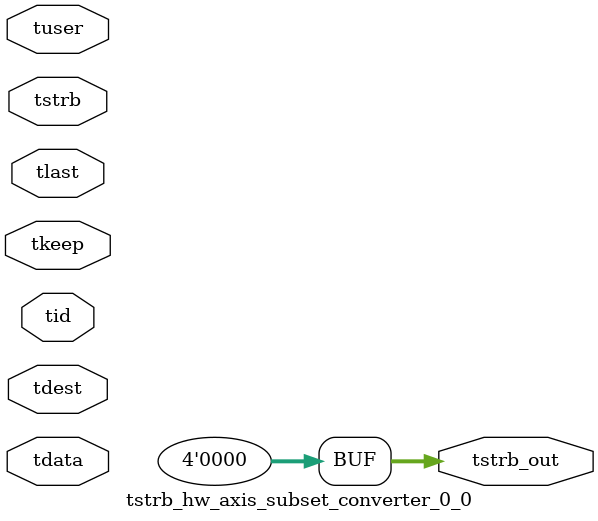
<source format=v>


`timescale 1ps/1ps

module tstrb_hw_axis_subset_converter_0_0 #
(
parameter C_S_AXIS_TDATA_WIDTH = 32,
parameter C_S_AXIS_TUSER_WIDTH = 0,
parameter C_S_AXIS_TID_WIDTH   = 0,
parameter C_S_AXIS_TDEST_WIDTH = 0,
parameter C_M_AXIS_TDATA_WIDTH = 32
)
(
input  [(C_S_AXIS_TDATA_WIDTH == 0 ? 1 : C_S_AXIS_TDATA_WIDTH)-1:0     ] tdata,
input  [(C_S_AXIS_TUSER_WIDTH == 0 ? 1 : C_S_AXIS_TUSER_WIDTH)-1:0     ] tuser,
input  [(C_S_AXIS_TID_WIDTH   == 0 ? 1 : C_S_AXIS_TID_WIDTH)-1:0       ] tid,
input  [(C_S_AXIS_TDEST_WIDTH == 0 ? 1 : C_S_AXIS_TDEST_WIDTH)-1:0     ] tdest,
input  [(C_S_AXIS_TDATA_WIDTH/8)-1:0 ] tkeep,
input  [(C_S_AXIS_TDATA_WIDTH/8)-1:0 ] tstrb,
input                                                                    tlast,
output [(C_M_AXIS_TDATA_WIDTH/8)-1:0 ] tstrb_out
);

assign tstrb_out = {1'b0};

endmodule


</source>
